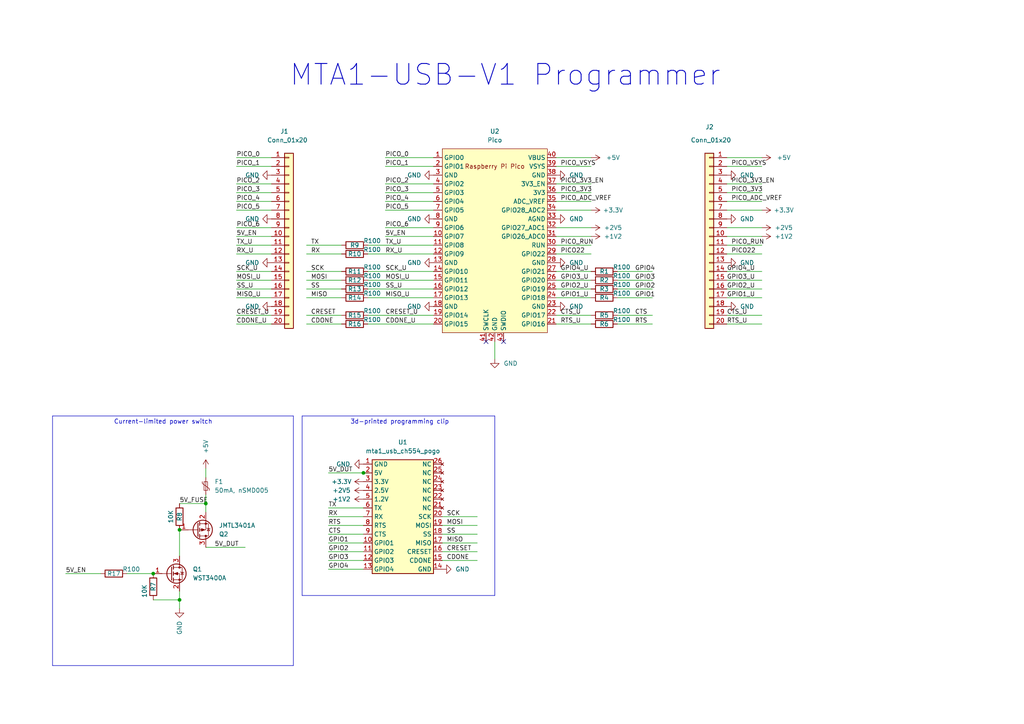
<source format=kicad_sch>
(kicad_sch (version 20230121) (generator eeschema)
  (paper "A4")
  (title_block (title "mta1-usb-v1-programmer") (date "2022-09-12") (rev "V1") (company "Tillitis AB") (comment 1 "2022") (comment 2 "https://github.com/tillitis/tp1"))
  (lib_symbols
    (symbol "Connector_Generic:Conn_01x20" (pin_names (offset 1.016) hide)
      (property "Reference" "J" (at 0 25.4 0))
      (property "Value" "Conn_01x20" (at 0 -27.94 0))
      (symbol "Conn_01x20_1_1"
        (rectangle (start -1.27 -25.273) (end 0 -25.527) (stroke (width 0.1524)))
        (rectangle (start -1.27 -22.733) (end 0 -22.987) (stroke (width 0.1524)))
        (rectangle (start -1.27 -20.193) (end 0 -20.447) (stroke (width 0.1524)))
        (rectangle (start -1.27 -17.653) (end 0 -17.907) (stroke (width 0.1524)))
        (rectangle (start -1.27 -15.113) (end 0 -15.367) (stroke (width 0.1524)))
        (rectangle (start -1.27 -12.573) (end 0 -12.827) (stroke (width 0.1524)))
        (rectangle (start -1.27 -10.033) (end 0 -10.287) (stroke (width 0.1524)))
        (rectangle (start -1.27 -7.493) (end 0 -7.747) (stroke (width 0.1524)))
        (rectangle (start -1.27 -4.953) (end 0 -5.207) (stroke (width 0.1524)))
        (rectangle (start -1.27 -2.413) (end 0 -2.667) (stroke (width 0.1524)))
        (rectangle (start -1.27 0.127) (end 0 -0.127) (stroke (width 0.1524)))
        (rectangle (start -1.27 2.667) (end 0 2.413) (stroke (width 0.1524)))
        (rectangle (start -1.27 5.207) (end 0 4.953) (stroke (width 0.1524)))
        (rectangle (start -1.27 7.747) (end 0 7.493) (stroke (width 0.1524)))
        (rectangle (start -1.27 10.287) (end 0 10.033) (stroke (width 0.1524)))
        (rectangle (start -1.27 12.827) (end 0 12.573) (stroke (width 0.1524)))
        (rectangle (start -1.27 15.367) (end 0 15.113) (stroke (width 0.1524)))
        (rectangle (start -1.27 17.907) (end 0 17.653) (stroke (width 0.1524)))
        (rectangle (start -1.27 20.447) (end 0 20.193) (stroke (width 0.1524)))
        (rectangle (start -1.27 22.987) (end 0 22.733) (stroke (width 0.1524)))
        (rectangle (start -1.27 24.13) (end 1.27 -26.67) (stroke (width 0.254)) (fill (type background)))
        (pin passive line (at -5.08 22.86 0) (length 3.81) (name "Pin_1") (number "1"))
        (pin passive line (at -5.08 0 0) (length 3.81) (name "Pin_10") (number "10"))
        (pin passive line (at -5.08 -2.54 0) (length 3.81) (name "Pin_11") (number "11"))
        (pin passive line (at -5.08 -5.08 0) (length 3.81) (name "Pin_12") (number "12"))
        (pin passive line (at -5.08 -7.62 0) (length 3.81) (name "Pin_13") (number "13"))
        (pin passive line (at -5.08 -10.16 0) (length 3.81) (name "Pin_14") (number "14"))
        (pin passive line (at -5.08 -12.7 0) (length 3.81) (name "Pin_15") (number "15"))
        (pin passive line (at -5.08 -15.24 0) (length 3.81) (name "Pin_16") (number "16"))
        (pin passive line (at -5.08 -17.78 0) (length 3.81) (name "Pin_17") (number "17"))
        (pin passive line (at -5.08 -20.32 0) (length 3.81) (name "Pin_18") (number "18"))
        (pin passive line (at -5.08 -22.86 0) (length 3.81) (name "Pin_19") (number "19"))
        (pin passive line (at -5.08 20.32 0) (length 3.81) (name "Pin_2") (number "2"))
        (pin passive line (at -5.08 -25.4 0) (length 3.81) (name "Pin_20") (number "20"))
        (pin passive line (at -5.08 17.78 0) (length 3.81) (name "Pin_3") (number "3"))
        (pin passive line (at -5.08 15.24 0) (length 3.81) (name "Pin_4") (number "4"))
        (pin passive line (at -5.08 12.7 0) (length 3.81) (name "Pin_5") (number "5"))
        (pin passive line (at -5.08 10.16 0) (length 3.81) (name "Pin_6") (number "6"))
        (pin passive line (at -5.08 7.62 0) (length 3.81) (name "Pin_7") (number "7"))
        (pin passive line (at -5.08 5.08 0) (length 3.81) (name "Pin_8") (number "8"))
        (pin passive line (at -5.08 2.54 0) (length 3.81) (name "Pin_9") (number "9"))
      )
    )
    (symbol "Device:Polyfuse_Small" (pin_numbers hide) (pin_names (offset 0))
      (property "Reference" "F" (at -1.905 0 90))
      (property "Value" "Polyfuse_Small" (at 1.905 0 90))
      (symbol "Polyfuse_Small_0_1"
        (rectangle (start -0.508 1.27) (end 0.508 -1.27))
        (polyline (pts (xy 0 2.54) (xy 0 -2.54)))
        (polyline (pts (xy -1.016 1.27) (xy -1.016 0.762) (xy 1.016 -0.762) (xy 1.016 -1.27)))
      )
      (symbol "Polyfuse_Small_1_1"
        (pin passive line (at 0 2.54 270) (length 0.635) (name "~") (number "1"))
        (pin passive line (at 0 -2.54 90) (length 0.635) (name "~") (number "2"))
      )
    )
    (symbol "Device:R" (pin_numbers hide) (pin_names (offset 0))
      (property "Reference" "R" (at 2.032 0 90))
      (property "Value" "R" (at 0 0 90))
      (symbol "R_0_1"
        (rectangle (start -1.016 -2.54) (end 1.016 2.54) (stroke (width 0.254)))
      )
      (symbol "R_1_1"
        (pin passive line (at 0 3.81 270) (length 1.27) (name "~") (number "1"))
        (pin passive line (at 0 -3.81 90) (length 1.27) (name "~") (number "2"))
      )
    )
    (symbol "MCU_RaspberryPi_and_Boards:Pico"
      (property "Reference" "U" (at -13.97 27.94 0))
      (property "Value" "Pico" (at 0 19.05 0))
      (symbol "Pico_0_0"
        (text "Raspberry Pi Pico" (at 0 21.59 0) (effects (font (size 1.27 1.27))))
      )
      (symbol "Pico_0_1"
        (rectangle (start -15.24 26.67) (end 15.24 -26.67) (fill (type background)))
      )
      (symbol "Pico_1_1"
        (pin bidirectional line (at -17.78 24.13 0) (length 2.54) (name "GPIO0") (number "1"))
        (pin bidirectional line (at -17.78 1.27 0) (length 2.54) (name "GPIO7") (number "10"))
        (pin bidirectional line (at -17.78 -1.27 0) (length 2.54) (name "GPIO8") (number "11"))
        (pin bidirectional line (at -17.78 -3.81 0) (length 2.54) (name "GPIO9") (number "12"))
        (pin power_in line (at -17.78 -6.35 0) (length 2.54) (name "GND") (number "13"))
        (pin bidirectional line (at -17.78 -8.89 0) (length 2.54) (name "GPIO10") (number "14"))
        (pin bidirectional line (at -17.78 -11.43 0) (length 2.54) (name "GPIO11") (number "15"))
        (pin bidirectional line (at -17.78 -13.97 0) (length 2.54) (name "GPIO12") (number "16"))
        (pin bidirectional line (at -17.78 -16.51 0) (length 2.54) (name "GPIO13") (number "17"))
        (pin power_in line (at -17.78 -19.05 0) (length 2.54) (name "GND") (number "18"))
        (pin bidirectional line (at -17.78 -21.59 0) (length 2.54) (name "GPIO14") (number "19"))
        (pin bidirectional line (at -17.78 21.59 0) (length 2.54) (name "GPIO1") (number "2"))
        (pin bidirectional line (at -17.78 -24.13 0) (length 2.54) (name "GPIO15") (number "20"))
        (pin bidirectional line (at 17.78 -24.13 180) (length 2.54) (name "GPIO16") (number "21"))
        (pin bidirectional line (at 17.78 -21.59 180) (length 2.54) (name "GPIO17") (number "22"))
        (pin power_in line (at 17.78 -19.05 180) (length 2.54) (name "GND") (number "23"))
        (pin bidirectional line (at 17.78 -16.51 180) (length 2.54) (name "GPIO18") (number "24"))
        (pin bidirectional line (at 17.78 -13.97 180) (length 2.54) (name "GPIO19") (number "25"))
        (pin bidirectional line (at 17.78 -11.43 180) (length 2.54) (name "GPIO20") (number "26"))
        (pin bidirectional line (at 17.78 -8.89 180) (length 2.54) (name "GPIO21") (number "27"))
        (pin power_in line (at 17.78 -6.35 180) (length 2.54) (name "GND") (number "28"))
        (pin bidirectional line (at 17.78 -3.81 180) (length 2.54) (name "GPIO22") (number "29"))
        (pin power_in line (at -17.78 19.05 0) (length 2.54) (name "GND") (number "3"))
        (pin input line (at 17.78 -1.27 180) (length 2.54) (name "RUN") (number "30"))
        (pin bidirectional line (at 17.78 1.27 180) (length 2.54) (name "GPIO26_ADC0") (number "31"))
        (pin bidirectional line (at 17.78 3.81 180) (length 2.54) (name "GPIO27_ADC1") (number "32"))
        (pin power_in line (at 17.78 6.35 180) (length 2.54) (name "AGND") (number "33"))
        (pin bidirectional line (at 17.78 8.89 180) (length 2.54) (name "GPIO28_ADC2") (number "34"))
        (pin power_in line (at 17.78 11.43 180) (length 2.54) (name "ADC_VREF") (number "35"))
        (pin power_in line (at 17.78 13.97 180) (length 2.54) (name "3V3") (number "36"))
        (pin input line (at 17.78 16.51 180) (length 2.54) (name "3V3_EN") (number "37"))
        (pin power_in line (at 17.78 19.05 180) (length 2.54) (name "GND") (number "38"))
        (pin power_in line (at 17.78 21.59 180) (length 2.54) (name "VSYS") (number "39"))
        (pin bidirectional line (at -17.78 16.51 0) (length 2.54) (name "GPIO2") (number "4"))
        (pin power_in line (at 17.78 24.13 180) (length 2.54) (name "VBUS") (number "40"))
        (pin input line (at -2.54 -29.21 90) (length 2.54) (name "SWCLK") (number "41"))
        (pin power_in line (at 0 -29.21 90) (length 2.54) (name "GND") (number "42"))
        (pin bidirectional line (at 2.54 -29.21 90) (length 2.54) (name "SWDIO") (number "43"))
        (pin bidirectional line (at -17.78 13.97 0) (length 2.54) (name "GPIO3") (number "5"))
        (pin bidirectional line (at -17.78 11.43 0) (length 2.54) (name "GPIO4") (number "6"))
        (pin bidirectional line (at -17.78 8.89 0) (length 2.54) (name "GPIO5") (number "7"))
        (pin power_in line (at -17.78 6.35 0) (length 2.54) (name "GND") (number "8"))
        (pin bidirectional line (at -17.78 3.81 0) (length 2.54) (name "GPIO6") (number "9"))
      )
    )
    (symbol "Transistor_FET:AO3400A" (pin_names hide)
      (property "Reference" "Q" (at 5.08 1.905 0))
      (property "Value" "AO3400A" (at 5.08 0 0))
      (symbol "AO3400A_0_1"
        (polyline (pts (xy 0.254 0) (xy -2.54 0)))
        (polyline (pts (xy 0.254 1.905) (xy 0.254 -1.905)) (stroke (width 0.254)))
        (polyline (pts (xy 0.762 -1.27) (xy 0.762 -2.286)) (stroke (width 0.254)))
        (polyline (pts (xy 0.762 0.508) (xy 0.762 -0.508)) (stroke (width 0.254)))
        (polyline (pts (xy 0.762 2.286) (xy 0.762 1.27)) (stroke (width 0.254)))
        (polyline (pts (xy 2.54 2.54) (xy 2.54 1.778)))
        (polyline (pts (xy 2.54 -2.54) (xy 2.54 0) (xy 0.762 0)))
        (polyline (pts (xy 0.762 -1.778) (xy 3.302 -1.778) (xy 3.302 1.778) (xy 0.762 1.778)))
        (polyline (pts (xy 1.016 0) (xy 2.032 0.381) (xy 2.032 -0.381) (xy 1.016 0)) (fill (type outline)))
        (polyline (pts (xy 2.794 0.508) (xy 2.921 0.381) (xy 3.683 0.381) (xy 3.81 0.254)))
        (polyline (pts (xy 3.302 0.381) (xy 2.921 -0.254) (xy 3.683 -0.254) (xy 3.302 0.381)))
        (circle (center 1.651 0) (radius 2.794) (stroke (width 0.254)))
        (circle (center 2.54 -1.778) (radius 0.254) (fill (type outline)))
        (circle (center 2.54 1.778) (radius 0.254) (fill (type outline)))
      )
      (symbol "AO3400A_1_1"
        (pin input line (at -5.08 0 0) (length 2.54) (name "G") (number "1"))
        (pin passive line (at 2.54 -5.08 90) (length 2.54) (name "S") (number "2"))
        (pin passive line (at 2.54 5.08 270) (length 2.54) (name "D") (number "3"))
      )
    )
    (symbol "Transistor_FET:AO3401A" (pin_names hide)
      (property "Reference" "Q" (at 5.08 1.905 0))
      (property "Value" "AO3401A" (at 5.08 0 0))
      (symbol "AO3401A_0_1"
        (polyline (pts (xy 0.254 0) (xy -2.54 0)))
        (polyline (pts (xy 0.254 1.905) (xy 0.254 -1.905)) (stroke (width 0.254)))
        (polyline (pts (xy 0.762 -1.27) (xy 0.762 -2.286)) (stroke (width 0.254)))
        (polyline (pts (xy 0.762 0.508) (xy 0.762 -0.508)) (stroke (width 0.254)))
        (polyline (pts (xy 0.762 2.286) (xy 0.762 1.27)) (stroke (width 0.254)))
        (polyline (pts (xy 2.54 2.54) (xy 2.54 1.778)))
        (polyline (pts (xy 2.54 -2.54) (xy 2.54 0) (xy 0.762 0)))
        (polyline (pts (xy 0.762 1.778) (xy 3.302 1.778) (xy 3.302 -1.778) (xy 0.762 -1.778)))
        (polyline (pts (xy 2.286 0) (xy 1.27 0.381) (xy 1.27 -0.381) (xy 2.286 0)) (fill (type outline)))
        (polyline (pts (xy 2.794 -0.508) (xy 2.921 -0.381) (xy 3.683 -0.381) (xy 3.81 -0.254)))
        (polyline (pts (xy 3.302 -0.381) (xy 2.921 0.254) (xy 3.683 0.254) (xy 3.302 -0.381)))
        (circle (center 1.651 0) (radius 2.794) (stroke (width 0.254)))
        (circle (center 2.54 -1.778) (radius 0.254) (fill (type outline)))
        (circle (center 2.54 1.778) (radius 0.254) (fill (type outline)))
      )
      (symbol "AO3401A_1_1"
        (pin input line (at -5.08 0 0) (length 2.54) (name "G") (number "1"))
        (pin passive line (at 2.54 -5.08 90) (length 2.54) (name "S") (number "2"))
        (pin passive line (at 2.54 5.08 270) (length 2.54) (name "D") (number "3"))
      )
    )
    (symbol "mta1:mta1_usb_ch554_pogo"
      (property "Reference" "U" (at -5.08 -19.05 0))
      (property "Value" "mta1_usb_ch554_pogo" (at 0 19.05 0))
      (symbol "mta1_usb_ch554_pogo_1_1"
        (rectangle (start -8.89 16.51) (end 8.89 -16.51) (stroke (width 0.254)) (fill (type background)))
        (pin power_in line (at -11.43 15.24 0) (length 2.54) (name "GND") (number "1"))
        (pin bidirectional line (at -11.43 -7.62 0) (length 2.54) (name "GPIO1") (number "10"))
        (pin bidirectional line (at -11.43 -10.16 0) (length 2.54) (name "GPIO2") (number "11"))
        (pin bidirectional line (at -11.43 -12.7 0) (length 2.54) (name "GPIO3") (number "12"))
        (pin bidirectional line (at -11.43 -15.24 0) (length 2.54) (name "GPIO4") (number "13"))
        (pin bidirectional line (at 11.43 -15.24 180) (length 2.54) (name "GND") (number "14"))
        (pin bidirectional line (at 11.43 -12.7 180) (length 2.54) (name "CDONE") (number "15"))
        (pin bidirectional line (at 11.43 -10.16 180) (length 2.54) (name "CRESET") (number "16"))
        (pin bidirectional line (at 11.43 -7.62 180) (length 2.54) (name "MISO") (number "17"))
        (pin bidirectional line (at 11.43 -5.08 180) (length 2.54) (name "SS") (number "18"))
        (pin bidirectional line (at 11.43 -2.54 180) (length 2.54) (name "MOSI") (number "19"))
        (pin power_in line (at -11.43 12.7 0) (length 2.54) (name "5V") (number "2"))
        (pin bidirectional line (at 11.43 0 180) (length 2.54) (name "SCK") (number "20"))
        (pin no_connect line (at 11.43 2.54 180) (length 2.54) (name "NC") (number "21"))
        (pin no_connect line (at 11.43 5.08 180) (length 2.54) (name "NC") (number "22"))
        (pin no_connect line (at 11.43 7.62 180) (length 2.54) (name "NC") (number "23"))
        (pin no_connect line (at 11.43 10.16 180) (length 2.54) (name "NC") (number "24"))
        (pin no_connect line (at 11.43 12.7 180) (length 2.54) (name "NC") (number "25"))
        (pin no_connect line (at 11.43 15.24 180) (length 2.54) (name "NC") (number "26"))
        (pin power_out line (at -11.43 10.16 0) (length 2.54) (name "3.3V") (number "3"))
        (pin power_out line (at -11.43 7.62 0) (length 2.54) (name "2.5V") (number "4"))
        (pin power_out line (at -11.43 5.08 0) (length 2.54) (name "1.2V") (number "5"))
        (pin bidirectional line (at -11.43 2.54 0) (length 2.54) (name "TX") (number "6"))
        (pin bidirectional line (at -11.43 0 0) (length 2.54) (name "RX") (number "7"))
        (pin bidirectional line (at -11.43 -2.54 0) (length 2.54) (name "RTS") (number "8"))
        (pin bidirectional line (at -11.43 -5.08 0) (length 2.54) (name "CTS") (number "9"))
      )
    )
    (symbol "power:+1V2" (power) (pin_names (offset 0))
      (property "Value" "+1V2" (at 0 3.556 0))
      (symbol "+1V2_0_1"
        (polyline (pts (xy -0.762 1.27) (xy 0 2.54)))
        (polyline (pts (xy 0 0) (xy 0 2.54)))
        (polyline (pts (xy 0 2.54) (xy 0.762 1.27)))
      )
      (symbol "+1V2_1_1"
        (pin power_in line (at 0 0 90) (length 0) hide (name "+1V2") (number "1"))
      )
    )
    (symbol "power:+2V5" (power) (pin_names (offset 0))
      (property "Value" "+2V5" (at 0 3.556 0))
      (symbol "+2V5_0_1"
        (polyline (pts (xy -0.762 1.27) (xy 0 2.54)))
        (polyline (pts (xy 0 0) (xy 0 2.54)))
        (polyline (pts (xy 0 2.54) (xy 0.762 1.27)))
      )
      (symbol "+2V5_1_1"
        (pin power_in line (at 0 0 90) (length 0) hide (name "+2V5") (number "1"))
      )
    )
    (symbol "power:+3.3V" (power) (pin_names (offset 0))
      (property "Value" "+3.3V" (at 0 3.556 0))
      (symbol "+3.3V_0_1"
        (polyline (pts (xy -0.762 1.27) (xy 0 2.54)))
        (polyline (pts (xy 0 0) (xy 0 2.54)))
        (polyline (pts (xy 0 2.54) (xy 0.762 1.27)))
      )
      (symbol "+3.3V_1_1"
        (pin power_in line (at 0 0 90) (length 0) hide (name "+3.3V") (number "1"))
      )
    )
    (symbol "power:+5V" (power) (pin_names (offset 0))
      (property "Value" "+5V" (at 0 3.556 0))
      (symbol "+5V_0_1"
        (polyline (pts (xy -0.762 1.27) (xy 0 2.54)))
        (polyline (pts (xy 0 0) (xy 0 2.54)))
        (polyline (pts (xy 0 2.54) (xy 0.762 1.27)))
      )
      (symbol "+5V_1_1"
        (pin power_in line (at 0 0 90) (length 0) hide (name "+5V") (number "1"))
      )
    )
    (symbol "power:GND" (power) (pin_names (offset 0))
      (property "Value" "GND" (at 0 -3.81 0))
      (symbol "GND_0_1"
        (polyline (pts (xy 0 0) (xy 0 -1.27) (xy 1.27 -1.27) (xy 0 -2.54) (xy -1.27 -1.27) (xy 0 -1.27)))
      )
      (symbol "GND_1_1"
        (pin power_in line (at 0 0 270) (length 0) hide (name "GND") (number "1"))
      )
    )
  )
  (junction (at 105.41 137.16))
  (junction (at 52.07 173.99))
  (junction (at 44.45 166.37))
  (junction (at 52.07 153.67))
  (junction (at 59.69 146.05))
  (no_connect (at 140.97 99.06))
  (no_connect (at 146.05 99.06))
  (wire (pts (xy 88.9 71.12) (xy 99.06 71.12)))
  (wire (pts (xy 111.76 48.26) (xy 125.73 48.26)))
  (wire (pts (xy 161.29 71.12) (xy 171.45 71.12)))
  (wire (pts (xy 179.07 78.74) (xy 189.23 78.74)))
  (wire (pts (xy 161.29 58.42) (xy 171.45 58.42)))
  (wire (pts (xy 161.29 66.04) (xy 171.45 66.04)))
  (wire (pts (xy 95.25 147.32) (xy 105.41 147.32)))
  (wire (pts (xy 68.58 93.98) (xy 78.74 93.98)))
  (polyline (pts (xy 15.24 120.65) (xy 15.24 193.04)))
  (wire (pts (xy 95.25 149.86) (xy 105.41 149.86)))
  (wire (pts (xy 210.82 78.74) (xy 220.98 78.74)))
  (wire (pts (xy 106.68 93.98) (xy 125.73 93.98)))
  (wire (pts (xy 210.82 81.28) (xy 220.98 81.28)))
  (wire (pts (xy 210.82 60.96) (xy 220.98 60.96)))
  (wire (pts (xy 95.25 137.16) (xy 105.41 137.16)))
  (wire (pts (xy 106.68 83.82) (xy 125.73 83.82)))
  (wire (pts (xy 143.51 104.14) (xy 143.51 99.06)))
  (wire (pts (xy 128.27 157.48) (xy 138.43 157.48)))
  (wire (pts (xy 210.82 66.04) (xy 220.98 66.04)))
  (wire (pts (xy 95.25 154.94) (xy 105.41 154.94)))
  (wire (pts (xy 210.82 48.26) (xy 220.98 48.26)))
  (wire (pts (xy 128.27 152.4) (xy 138.43 152.4)))
  (wire (pts (xy 95.25 162.56) (xy 105.41 162.56)))
  (wire (pts (xy 111.76 53.34) (xy 125.73 53.34)))
  (wire (pts (xy 128.27 154.94) (xy 138.43 154.94)))
  (wire (pts (xy 68.58 58.42) (xy 78.74 58.42)))
  (wire (pts (xy 161.29 91.44) (xy 171.45 91.44)))
  (wire (pts (xy 52.07 153.67) (xy 52.07 161.29)))
  (polyline (pts (xy 87.63 172.72) (xy 143.51 172.72)))
  (wire (pts (xy 210.82 53.34) (xy 220.98 53.34)))
  (wire (pts (xy 111.76 45.72) (xy 125.73 45.72)))
  (wire (pts (xy 106.68 71.12) (xy 125.73 71.12)))
  (wire (pts (xy 105.41 137.16) (xy 106.68 137.16)))
  (wire (pts (xy 128.27 149.86) (xy 138.43 149.86)))
  (polyline (pts (xy 87.63 120.65) (xy 87.63 172.72)))
  (wire (pts (xy 111.76 66.04) (xy 125.73 66.04)))
  (wire (pts (xy 161.29 60.96) (xy 171.45 60.96)))
  (wire (pts (xy 106.68 86.36) (xy 125.73 86.36)))
  (wire (pts (xy 68.58 68.58) (xy 78.74 68.58)))
  (wire (pts (xy 111.76 60.96) (xy 125.73 60.96)))
  (wire (pts (xy 95.25 160.02) (xy 105.41 160.02)))
  (wire (pts (xy 88.9 91.44) (xy 99.06 91.44)))
  (wire (pts (xy 68.58 71.12) (xy 78.74 71.12)))
  (polyline (pts (xy 143.51 120.65) (xy 87.63 120.65)))
  (wire (pts (xy 68.58 53.34) (xy 78.74 53.34)))
  (wire (pts (xy 88.9 93.98) (xy 99.06 93.98)))
  (wire (pts (xy 68.58 55.88) (xy 78.74 55.88)))
  (wire (pts (xy 161.29 93.98) (xy 171.45 93.98)))
  (wire (pts (xy 161.29 53.34) (xy 171.45 53.34)))
  (wire (pts (xy 210.82 86.36) (xy 220.98 86.36)))
  (wire (pts (xy 210.82 83.82) (xy 220.98 83.82)))
  (wire (pts (xy 68.58 91.44) (xy 78.74 91.44)))
  (wire (pts (xy 68.58 78.74) (xy 78.74 78.74)))
  (wire (pts (xy 95.25 152.4) (xy 105.41 152.4)))
  (polyline (pts (xy 85.09 120.65) (xy 15.24 120.65)))
  (polyline (pts (xy 143.51 172.72) (xy 143.51 120.65)))
  (wire (pts (xy 88.9 73.66) (xy 99.06 73.66)))
  (wire (pts (xy 88.9 81.28) (xy 99.06 81.28)))
  (wire (pts (xy 210.82 91.44) (xy 220.98 91.44)))
  (wire (pts (xy 68.58 48.26) (xy 78.74 48.26)))
  (wire (pts (xy 88.9 86.36) (xy 99.06 86.36)))
  (wire (pts (xy 128.27 160.02) (xy 138.43 160.02)))
  (wire (pts (xy 210.82 93.98) (xy 220.98 93.98)))
  (wire (pts (xy 95.25 157.48) (xy 105.41 157.48)))
  (wire (pts (xy 59.69 146.05) (xy 59.69 148.59)))
  (wire (pts (xy 52.07 146.05) (xy 59.69 146.05)))
  (wire (pts (xy 179.07 86.36) (xy 189.23 86.36)))
  (wire (pts (xy 210.82 55.88) (xy 220.98 55.88)))
  (wire (pts (xy 68.58 86.36) (xy 78.74 86.36)))
  (wire (pts (xy 161.29 86.36) (xy 171.45 86.36)))
  (wire (pts (xy 88.9 83.82) (xy 99.06 83.82)))
  (wire (pts (xy 210.82 45.72) (xy 220.98 45.72)))
  (wire (pts (xy 68.58 73.66) (xy 78.74 73.66)))
  (wire (pts (xy 179.07 91.44) (xy 189.23 91.44)))
  (polyline (pts (xy 85.09 193.04) (xy 85.09 120.65)))
  (wire (pts (xy 106.68 73.66) (xy 125.73 73.66)))
  (wire (pts (xy 106.68 81.28) (xy 125.73 81.28)))
  (wire (pts (xy 111.76 68.58) (xy 125.73 68.58)))
  (wire (pts (xy 52.07 173.99) (xy 52.07 171.45)))
  (wire (pts (xy 44.45 173.99) (xy 52.07 173.99)))
  (wire (pts (xy 52.07 176.53) (xy 52.07 173.99)))
  (wire (pts (xy 210.82 68.58) (xy 220.98 68.58)))
  (wire (pts (xy 59.69 135.89) (xy 59.69 138.43)))
  (wire (pts (xy 161.29 81.28) (xy 171.45 81.28)))
  (wire (pts (xy 161.29 48.26) (xy 171.45 48.26)))
  (wire (pts (xy 106.68 78.74) (xy 125.73 78.74)))
  (wire (pts (xy 36.83 166.37) (xy 44.45 166.37)))
  (wire (pts (xy 111.76 58.42) (xy 125.73 58.42)))
  (wire (pts (xy 161.29 55.88) (xy 171.45 55.88)))
  (wire (pts (xy 161.29 83.82) (xy 171.45 83.82)))
  (polyline (pts (xy 85.09 193.04) (xy 15.24 193.04)))
  (wire (pts (xy 59.69 158.75) (xy 71.12 158.75)))
  (wire (pts (xy 106.68 91.44) (xy 125.73 91.44)))
  (wire (pts (xy 179.07 81.28) (xy 189.23 81.28)))
  (wire (pts (xy 68.58 81.28) (xy 78.74 81.28)))
  (wire (pts (xy 210.82 73.66) (xy 220.98 73.66)))
  (wire (pts (xy 179.07 83.82) (xy 189.23 83.82)))
  (wire (pts (xy 68.58 60.96) (xy 78.74 60.96)))
  (wire (pts (xy 161.29 45.72) (xy 171.45 45.72)))
  (wire (pts (xy 210.82 71.12) (xy 220.98 71.12)))
  (wire (pts (xy 59.69 143.51) (xy 59.69 146.05)))
  (wire (pts (xy 95.25 165.1) (xy 105.41 165.1)))
  (wire (pts (xy 179.07 93.98) (xy 189.23 93.98)))
  (wire (pts (xy 68.58 83.82) (xy 78.74 83.82)))
  (wire (pts (xy 68.58 66.04) (xy 78.74 66.04)))
  (wire (pts (xy 128.27 162.56) (xy 138.43 162.56)))
  (wire (pts (xy 210.82 58.42) (xy 220.98 58.42)))
  (wire (pts (xy 111.76 55.88) (xy 125.73 55.88)))
  (wire (pts (xy 161.29 68.58) (xy 171.45 68.58)))
  (wire (pts (xy 19.05 166.37) (xy 29.21 166.37)))
  (wire (pts (xy 161.29 78.74) (xy 171.45 78.74)))
  (wire (pts (xy 68.58 45.72) (xy 78.74 45.72)))
  (wire (pts (xy 88.9 78.74) (xy 99.06 78.74)))
  (wire (pts (xy 161.29 73.66) (xy 171.45 73.66)))
  (text "Current-limited power switch" (at 33.02 123.19 0) (effects (font (size 1.27 1.27)) (justify left bottom)))
  (text "MTA1-USB-V1 Programmer" (at 83.82 25.4 0) (effects (font (size 6 6) (thickness 0.254) bold) (justify left bottom)))
  (text "3d-printed programming clip" (at 101.6 123.19 0) (effects (font (size 1.27 1.27)) (justify left bottom)))
  (label "MISO" (at 90.17 86.36 0))
  (label "CTS" (at 95.25 154.94 0))
  (label "TX_U" (at 111.76 71.12 0))
  (label "RX" (at 90.17 73.66 0))
  (label "PICO_3V3" (at 212.09 55.88 0))
  (label "GPIO2" (at 95.25 160.02 0))
  (label "PICO_RUN" (at 212.09 71.12 0))
  (label "GPIO1" (at 95.25 157.48 0))
  (label "MOSI_U" (at 111.76 81.28 0))
  (label "PICO_4" (at 68.58 58.42 0))
  (label "SCK" (at 129.54 149.86 0))
  (label "RTS_U" (at 162.56 93.98 0))
  (label "CRESET_U" (at 111.76 91.44 0))
  (label "CTS_U" (at 162.56 91.44 0))
  (label "5V_EN" (at 68.58 68.58 0))
  (label "PICO_5" (at 111.76 60.96 0))
  (label "SS" (at 90.17 83.82 0))
  (label "GPIO4_U" (at 162.56 78.74 0))
  (label "5V_EN" (at 19.05 166.37 0))
  (label "MISO_U" (at 68.58 86.36 0))
  (label "RTS" (at 95.25 152.4 0))
  (label "GPIO4_U" (at 210.82 78.74 0))
  (label "5V_DUT" (at 62.23 158.75 0))
  (label "CDONE" (at 90.17 93.98 0))
  (label "PICO_6" (at 111.76 66.04 0))
  (label "PICO22" (at 212.09 73.66 0))
  (label "RX_U" (at 68.58 73.66 0))
  (label "PICO_0" (at 68.58 45.72 0))
  (label "GPIO3" (at 184.15 81.28 0))
  (label "SCK_U" (at 68.58 78.74 0))
  (label "TX" (at 95.25 147.32 0))
  (label "PICO_3V3_EN" (at 162.56 53.34 0))
  (label "PICO_VSYS" (at 162.56 48.26 0))
  (label "RX_U" (at 111.76 73.66 0))
  (label "CRESET_U" (at 68.58 91.44 0))
  (label "TX_U" (at 68.58 71.12 0))
  (label "SS_U" (at 111.76 83.82 0))
  (label "PICO_ADC_VREF" (at 162.56 58.42 0))
  (label "RX" (at 95.25 149.86 0))
  (label "CDONE_U" (at 111.76 93.98 0))
  (label "GPIO2_U" (at 162.56 83.82 0))
  (label "SCK" (at 90.17 78.74 0))
  (label "PICO_6" (at 68.58 66.04 0))
  (label "PICO_3V3_EN" (at 212.09 53.34 0))
  (label "PICO_3" (at 111.76 55.88 0))
  (label "MOSI_U" (at 68.58 81.28 0))
  (label "GPIO3_U" (at 162.56 81.28 0))
  (label "PICO_VSYS" (at 212.09 48.26 0))
  (label "PICO_2" (at 111.76 53.34 0))
  (label "GPIO1_U" (at 162.56 86.36 0))
  (label "RTS" (at 184.15 93.98 0))
  (label "MISO_U" (at 111.76 86.36 0))
  (label "GPIO2_U" (at 210.82 83.82 0))
  (label "GPIO4" (at 95.25 165.1 0))
  (label "MOSI" (at 129.54 152.4 0))
  (label "5V_DUT" (at 95.25 137.16 0))
  (label "MOSI" (at 90.17 81.28 0))
  (label "CRESET" (at 90.17 91.44 0))
  (label "5V_FUSE" (at 52.07 146.05 0))
  (label "PICO_0" (at 111.76 45.72 0))
  (label "MISO" (at 129.54 157.48 0))
  (label "GPIO1_U" (at 210.82 86.36 0))
  (label "PICO_2" (at 68.58 53.34 0))
  (label "CRESET" (at 129.54 160.02 0))
  (label "PICO_4" (at 111.76 58.42 0))
  (label "CTS_U" (at 210.82 91.44 0))
  (label "GPIO4" (at 184.15 78.74 0))
  (label "CDONE" (at 129.54 162.56 0))
  (label "SCK_U" (at 111.76 78.74 0))
  (label "GPIO3" (at 95.25 162.56 0))
  (label "TX" (at 90.17 71.12 0))
  (label "PICO_RUN" (at 162.56 71.12 0))
  (label "CTS" (at 184.15 91.44 0))
  (label "PICO_1" (at 111.76 48.26 0))
  (label "PICO_5" (at 68.58 60.96 0))
  (label "PICO_ADC_VREF" (at 212.09 58.42 0))
  (label "CDONE_U" (at 68.58 93.98 0))
  (label "GPIO1" (at 184.15 86.36 0))
  (label "PICO_3" (at 68.58 55.88 0))
  (label "PICO_1" (at 68.58 48.26 0))
  (label "RTS_U" (at 210.82 93.98 0))
  (label "5V_EN" (at 111.76 68.58 0))
  (label "GPIO3_U" (at 210.82 81.28 0))
  (label "PICO22" (at 162.56 73.66 0))
  (label "SS" (at 129.54 154.94 0))
  (label "GPIO2" (at 184.15 83.82 0))
  (label "SS_U" (at 68.58 83.82 0))
  (label "PICO_3V3" (at 162.56 55.88 0))
  (symbol (lib_id "Device:R") (at 102.87 83.82 90) (unit 1)
    (property "Reference" "R13" (at 102.87 83.82 90))
    (property "Value" "R100" (at 107.95 82.55 90))
    (property "Footprint" "mta1:ERJ2G(0402)_L" (effects hide))
    (property "Manufacturer" "yageo" (effects hide))
    (property "Manufacturer Part Number" "AF0402FR-07100RL" (effects hide))
    (property "Supplier" "Digikey" (effects hide))
    (property "Supplier Part Number" "13-AF0402FR-07100RLTR-ND" (effects hide))
  )
  (symbol (lib_id "Device:R") (at 102.87 91.44 90) (unit 1)
    (property "Reference" "R15" (at 102.87 91.44 90))
    (property "Value" "R100" (at 107.95 90.17 90))
    (property "Footprint" "mta1:ERJ2G(0402)_L" (effects hide))
    (property "Manufacturer" "yageo" (effects hide))
    (property "Manufacturer Part Number" "AF0402FR-07100RL" (effects hide))
    (property "Supplier" "Digikey" (effects hide))
    (property "Supplier Part Number" "13-AF0402FR-07100RLTR-ND" (effects hide))
  )
  (symbol (lib_id "power:GND") (at 52.07 176.53 0) (unit 1)
    (property "Reference" "#PWR0114" (effects hide))
    (property "Value" "GND" (at 52.07 184.15 90) (effects (justify left)))
  )
  (symbol (lib_id "power:+2V5") (at 220.98 66.04 270) (unit 1)
    (property "Reference" "#PWR0105" (effects hide))
    (property "Value" "+2V5" (at 227.33 66.04 90))
  )
  (symbol (lib_id "power:+3.3V") (at 105.41 139.7 90) (unit 1)
    (property "Reference" "#PWR03" (effects hide))
    (property "Value" "+3.3V" (at 99.06 139.7 90))
  )
  (symbol (lib_id "power:+1V2") (at 220.98 68.58 270) (unit 1)
    (property "Reference" "#PWR0103" (effects hide))
    (property "Value" "+1V2" (at 227.33 68.58 90))
  )
  (symbol (lib_id "Connector_Generic:Conn_01x20") (at 205.74 68.58 0) (mirror y) (unit 1)
    (property "Reference" "J2" (at 207.01 36.83 0) (effects (justify left)))
    (property "Value" "Conn_01x20" (at 212.09 40.64 0) (effects (justify left)))
    (property "Footprint" "Connector_PinHeader_2.54mm:PinHeader_1x20_P2.54mm_Vertical" (effects hide))
  )
  (symbol (lib_id "Device:R") (at 102.87 73.66 90) (unit 1)
    (property "Reference" "R10" (at 102.87 73.66 90))
    (property "Value" "R100" (at 107.95 72.39 90))
    (property "Footprint" "mta1:ERJ2G(0402)_L" (effects hide))
    (property "Manufacturer" "yageo" (effects hide))
    (property "Manufacturer Part Number" "AF0402FR-07100RL" (effects hide))
    (property "Supplier" "Digikey" (effects hide))
    (property "Supplier Part Number" "13-AF0402FR-07100RLTR-ND" (effects hide))
  )
  (symbol (lib_id "power:GND") (at 78.74 88.9 270) (unit 1)
    (property "Reference" "#PWR0110" (effects hide))
    (property "Value" "GND" (at 71.12 88.9 90) (effects (justify left)))
  )
  (symbol (lib_id "power:+2V5") (at 105.41 142.24 90) (unit 1)
    (property "Reference" "#PWR04" (effects hide))
    (property "Value" "+2V5" (at 99.06 142.24 90))
  )
  (symbol (lib_id "power:+1V2") (at 171.45 68.58 270) (unit 1)
    (property "Reference" "#PWR016" (effects hide))
    (property "Value" "+1V2" (at 177.8 68.58 90))
  )
  (symbol (lib_id "Device:R") (at 102.87 78.74 90) (unit 1)
    (property "Reference" "R11" (at 102.87 78.74 90))
    (property "Value" "R100" (at 107.95 77.47 90))
    (property "Footprint" "mta1:ERJ2G(0402)_L" (effects hide))
    (property "Manufacturer" "yageo" (effects hide))
    (property "Manufacturer Part Number" "AF0402FR-07100RL" (effects hide))
    (property "Supplier" "Digikey" (effects hide))
    (property "Supplier Part Number" "13-AF0402FR-07100RLTR-ND" (effects hide))
  )
  (symbol (lib_id "power:GND") (at 125.73 76.2 270) (unit 1)
    (property "Reference" "#PWR010" (effects hide))
    (property "Value" "GND" (at 118.11 76.2 90) (effects (justify left)))
  )
  (symbol (lib_id "mta1:mta1_usb_ch554_pogo") (at 116.84 149.86 0) (unit 1)
    (property "Reference" "U1" (at 116.84 128.27 0))
    (property "Value" "mta1_usb_ch554_pogo" (at 116.84 130.81 0))
    (property "Footprint" "mta1:mta1_usb_ch554_pogo" (effects hide))
    (property "Manufacturer" "blinkinlabs" (effects hide))
  )
  (symbol (lib_id "MCU_RaspberryPi_and_Boards:Pico") (at 143.51 69.85 0) (unit 1)
    (property "Reference" "U2" (at 143.51 38.1 0))
    (property "Value" "Pico" (at 143.51 40.64 0))
    (property "Footprint" "RPi_Pico:RPi_Pico_SMD_TH" (effects hide))
    (property "Manufacturer" "Raspberry Pi" (effects hide))
    (property "Manufacturer Part Number" "SC0915" (effects hide))
    (property "Supplier" "Digikey" (effects hide))
    (property "Supplier Part Number" "2648-SC0915TR-ND" (effects hide))
  )
  (symbol (lib_id "Device:R") (at 175.26 93.98 90) (unit 1)
    (property "Reference" "R6" (at 175.26 93.98 90))
    (property "Value" "R100" (at 180.34 92.71 90))
    (property "Footprint" "mta1:ERJ2G(0402)_L" (effects hide))
    (property "Manufacturer" "yageo" (effects hide))
    (property "Manufacturer Part Number" "AF0402FR-07100RL" (effects hide))
    (property "Supplier" "Digikey" (effects hide))
    (property "Supplier Part Number" "13-AF0402FR-07100RLTR-ND" (effects hide))
  )
  (symbol (lib_id "power:GND") (at 78.74 63.5 270) (unit 1)
    (property "Reference" "#PWR0112" (effects hide))
    (property "Value" "GND" (at 71.12 63.5 90) (effects (justify left)))
  )
  (symbol (lib_id "Device:R") (at 175.26 81.28 90) (unit 1)
    (property "Reference" "R2" (at 175.26 81.28 90))
    (property "Value" "R100" (at 180.34 80.01 90))
    (property "Footprint" "mta1:ERJ2G(0402)_L" (effects hide))
    (property "Manufacturer" "yageo" (effects hide))
    (property "Manufacturer Part Number" "AF0402FR-07100RL" (effects hide))
    (property "Supplier" "Digikey" (effects hide))
    (property "Supplier Part Number" "13-AF0402FR-07100RLTR-ND" (effects hide))
  )
  (symbol (lib_id "Device:R") (at 175.26 86.36 90) (unit 1)
    (property "Reference" "R4" (at 175.26 86.36 90))
    (property "Value" "R100" (at 180.34 85.09 90))
    (property "Footprint" "mta1:ERJ2G(0402)_L" (effects hide))
    (property "Manufacturer" "yageo" (effects hide))
    (property "Manufacturer Part Number" "AF0402FR-07100RL" (effects hide))
    (property "Supplier" "Digikey" (effects hide))
    (property "Supplier Part Number" "13-AF0402FR-07100RLTR-ND" (effects hide))
  )
  (symbol (lib_id "power:GND") (at 128.27 165.1 90) (unit 1)
    (property "Reference" "#PWR06" (effects hide))
    (property "Value" "GND" (at 132.08 165.0999 90) (effects (justify right)))
  )
  (symbol (lib_id "Transistor_FET:AO3400A") (at 49.53 166.37 0) (unit 1)
    (property "Reference" "Q1" (at 55.88 165.0999 0) (effects (justify left)))
    (property "Value" "WST3400A" (at 55.88 167.6399 0) (effects (justify left)))
    (property "Footprint" "Package_TO_SOT_SMD:SOT-23" (effects hide))
    (property "Datasheet" "http://www.aosmd.com/pdfs/datasheet/AO3400A.pdf" (effects hide))
    (property "Manufacturer" "winsok" (effects hide))
    (property "Manufacturer Part Number" "WST3400A" (effects hide))
    (property "Supplier" "lcsc" (effects hide))
    (property "Supplier Part Number" "C2758406" (effects hide))
  )
  (symbol (lib_id "power:GND") (at 210.82 50.8 90) (unit 1)
    (property "Reference" "#PWR0107" (effects hide))
    (property "Value" "GND" (at 214.63 50.7999 90) (effects (justify right)))
  )
  (symbol (lib_id "Device:R") (at 102.87 93.98 90) (unit 1)
    (property "Reference" "R16" (at 102.87 93.98 90))
    (property "Value" "R100" (at 107.95 92.71 90))
    (property "Footprint" "mta1:ERJ2G(0402)_L" (effects hide))
    (property "Manufacturer" "yageo" (effects hide))
    (property "Manufacturer Part Number" "AF0402FR-07100RL" (effects hide))
    (property "Supplier" "Digikey" (effects hide))
    (property "Supplier Part Number" "13-AF0402FR-07100RLTR-ND" (effects hide))
  )
  (symbol (lib_id "Device:R") (at 175.26 78.74 90) (unit 1)
    (property "Reference" "R1" (at 175.26 78.74 90))
    (property "Value" "R100" (at 180.34 77.47 90))
    (property "Footprint" "mta1:ERJ2G(0402)_L" (effects hide))
    (property "Manufacturer" "yageo" (effects hide))
    (property "Manufacturer Part Number" "AF0402FR-07100RL" (effects hide))
    (property "Supplier" "Digikey" (effects hide))
    (property "Supplier Part Number" "13-AF0402FR-07100RLTR-ND" (effects hide))
  )
  (symbol (lib_id "power:GND") (at 125.73 88.9 270) (unit 1)
    (property "Reference" "#PWR011" (effects hide))
    (property "Value" "GND" (at 118.11 88.9 90) (effects (justify left)))
  )
  (symbol (lib_id "Device:R") (at 33.02 166.37 90) (unit 1)
    (property "Reference" "R17" (at 33.02 166.37 90))
    (property "Value" "R100" (at 38.1 165.1 90))
    (property "Footprint" "mta1:ERJ2G(0402)_L" (effects hide))
    (property "Manufacturer" "yageo" (effects hide))
    (property "Manufacturer Part Number" "AF0402FR-07100RL" (effects hide))
    (property "Supplier" "Digikey" (effects hide))
    (property "Supplier Part Number" "13-AF0402FR-07100RLTR-ND" (effects hide))
  )
  (symbol (lib_id "power:GND") (at 143.51 104.14 0) (unit 1)
    (property "Reference" "#PWR0115" (effects hide))
    (property "Value" "GND" (at 146.05 105.4099 0) (effects (justify left)))
  )
  (symbol (lib_id "power:GND") (at 161.29 63.5 90) (unit 1)
    (property "Reference" "#PWR014" (effects hide))
    (property "Value" "GND" (at 165.1 63.4999 90) (effects (justify right)))
  )
  (symbol (lib_id "power:+2V5") (at 171.45 66.04 270) (unit 1)
    (property "Reference" "#PWR015" (effects hide))
    (property "Value" "+2V5" (at 177.8 66.04 90))
  )
  (symbol (lib_id "power:GND") (at 161.29 88.9 90) (unit 1)
    (property "Reference" "#PWR018" (effects hide))
    (property "Value" "GND" (at 165.1 88.8999 90) (effects (justify right)))
  )
  (symbol (lib_id "power:GND") (at 161.29 76.2 90) (unit 1)
    (property "Reference" "#PWR017" (effects hide))
    (property "Value" "GND" (at 165.1 76.1999 90) (effects (justify right)))
  )
  (symbol (lib_id "Device:R") (at 175.26 91.44 90) (unit 1)
    (property "Reference" "R5" (at 175.26 91.44 90))
    (property "Value" "R100" (at 180.34 90.17 90))
    (property "Footprint" "mta1:ERJ2G(0402)_L" (effects hide))
    (property "Manufacturer" "yageo" (effects hide))
    (property "Manufacturer Part Number" "AF0402FR-07100RL" (effects hide))
    (property "Supplier" "Digikey" (effects hide))
    (property "Supplier Part Number" "13-AF0402FR-07100RLTR-ND" (effects hide))
  )
  (symbol (lib_id "power:GND") (at 105.41 134.62 270) (unit 1)
    (property "Reference" "#PWR01" (effects hide))
    (property "Value" "GND" (at 101.6 134.6199 90) (effects (justify right)))
  )
  (symbol (lib_id "Device:R") (at 102.87 86.36 90) (unit 1)
    (property "Reference" "R14" (at 102.87 86.36 90))
    (property "Value" "R100" (at 107.95 85.09 90))
    (property "Footprint" "mta1:ERJ2G(0402)_L" (effects hide))
    (property "Manufacturer" "yageo" (effects hide))
    (property "Manufacturer Part Number" "AF0402FR-07100RL" (effects hide))
    (property "Supplier" "Digikey" (effects hide))
    (property "Supplier Part Number" "13-AF0402FR-07100RLTR-ND" (effects hide))
  )
  (symbol (lib_id "power:GND") (at 78.74 50.8 270) (unit 1)
    (property "Reference" "#PWR0111" (effects hide))
    (property "Value" "GND" (at 71.12 50.8 90) (effects (justify left)))
  )
  (symbol (lib_id "power:GND") (at 125.73 63.5 270) (unit 1)
    (property "Reference" "#PWR09" (effects hide))
    (property "Value" "GND" (at 118.11 63.5 90) (effects (justify left)))
  )
  (symbol (lib_id "power:GND") (at 78.74 76.2 270) (unit 1)
    (property "Reference" "#PWR0109" (effects hide))
    (property "Value" "GND" (at 71.12 76.2 90) (effects (justify left)))
  )
  (symbol (lib_id "Device:R") (at 175.26 83.82 90) (unit 1)
    (property "Reference" "R3" (at 175.26 83.82 90))
    (property "Value" "R100" (at 180.34 82.55 90))
    (property "Footprint" "mta1:ERJ2G(0402)_L" (effects hide))
    (property "Manufacturer" "yageo" (effects hide))
    (property "Manufacturer Part Number" "AF0402FR-07100RL" (effects hide))
    (property "Supplier" "Digikey" (effects hide))
    (property "Supplier Part Number" "13-AF0402FR-07100RLTR-ND" (effects hide))
  )
  (symbol (lib_id "power:+5V") (at 171.45 45.72 270) (unit 1)
    (property "Reference" "#PWR07" (effects hide))
    (property "Value" "+5V" (at 177.8 45.72 90))
  )
  (symbol (lib_id "Device:R") (at 102.87 81.28 90) (unit 1)
    (property "Reference" "R12" (at 102.87 81.28 90))
    (property "Value" "R100" (at 107.95 80.01 90))
    (property "Footprint" "mta1:ERJ2G(0402)_L" (effects hide))
    (property "Manufacturer" "yageo" (effects hide))
    (property "Manufacturer Part Number" "AF0402FR-07100RL" (effects hide))
    (property "Supplier" "Digikey" (effects hide))
    (property "Supplier Part Number" "13-AF0402FR-07100RLTR-ND" (effects hide))
  )
  (symbol (lib_id "power:+5V") (at 59.69 135.89 0) (unit 1)
    (property "Reference" "#PWR0113" (effects hide))
    (property "Value" "+5V" (at 59.69 129.54 90))
  )
  (symbol (lib_id "Device:R") (at 102.87 71.12 90) (unit 1)
    (property "Reference" "R9" (at 102.87 71.12 90))
    (property "Value" "R100" (at 107.95 69.85 90))
    (property "Footprint" "mta1:ERJ2G(0402)_L" (effects hide))
    (property "Manufacturer" "yageo" (effects hide))
    (property "Manufacturer Part Number" "AF0402FR-07100RL" (effects hide))
    (property "Supplier" "Digikey" (effects hide))
    (property "Supplier Part Number" "13-AF0402FR-07100RLTR-ND" (effects hide))
  )
  (symbol (lib_id "power:+5V") (at 220.98 45.72 270) (unit 1)
    (property "Reference" "#PWR0106" (effects hide))
    (property "Value" "+5V" (at 227.33 45.72 90))
  )
  (symbol (lib_id "power:GND") (at 210.82 76.2 90) (unit 1)
    (property "Reference" "#PWR0101" (effects hide))
    (property "Value" "GND" (at 214.63 76.1999 90) (effects (justify right)))
  )
  (symbol (lib_id "Transistor_FET:AO3401A") (at 57.15 153.67 0) (mirror x) (unit 1)
    (property "Reference" "Q2" (at 63.5 154.9401 0) (effects (justify left)))
    (property "Value" "JMTL3401A" (at 63.5 152.4001 0) (effects (justify left)))
    (property "Footprint" "Package_TO_SOT_SMD:SOT-23" (effects hide))
    (property "Datasheet" "http://www.aosmd.com/pdfs/datasheet/AO3401A.pdf" (effects hide))
    (property "Extended Value" "1%,1/16W" (effects hide))
    (property "Manufacturer" "jjm" (effects hide))
    (property "Manufacturer Part Number" "JMTL3401A" (effects hide))
    (property "Supplier" "lcsc" (effects hide))
    (property "Supplier Part Number" "C394037" (effects hide))
  )
  (symbol (lib_id "Device:Polyfuse_Small") (at 59.69 140.97 0) (unit 1)
    (property "Reference" "F1" (at 62.23 139.6999 0) (effects (justify left)))
    (property "Value" "50mA, nSMD005" (at 62.23 142.2399 0) (effects (justify left)))
    (property "Footprint" "Fuse:Fuse_1206_3216Metric" (effects hide))
    (property "Manufacturer" "RUILON" (effects hide))
    (property "Manufacturer Part Number" "SMD1206P005TF" (effects hide))
    (property "Supplier" "lcsc" (effects hide))
    (property "Supplier Part Number" "C20797" (effects hide))
  )
  (symbol (lib_id "Connector_Generic:Conn_01x20") (at 83.82 68.58 0) (unit 1)
    (property "Reference" "J1" (at 81.28 38.1 0) (effects (justify left)))
    (property "Value" "Conn_01x20" (at 77.47 40.64 0) (effects (justify left)))
    (property "Footprint" "Connector_PinHeader_2.54mm:PinHeader_1x20_P2.54mm_Vertical" (effects hide))
  )
  (symbol (lib_id "Device:R") (at 52.07 149.86 180) (unit 1)
    (property "Reference" "R8" (at 52.07 149.86 90))
    (property "Value" "10K" (at 49.53 149.86 90))
    (property "Footprint" "mta1:ERJ2G(0402)_L" (effects hide))
    (property "Extended Value" "1%,1/16W" (effects hide))
    (property "Manufacturer" "yageo" (effects hide))
    (property "Manufacturer Part Number" "AT0402FRE0710KL" (effects hide))
    (property "Supplier" "Digikey" (effects hide))
    (property "Supplier Part Number" "YAG2104TR-ND" (effects hide))
  )
  (symbol (lib_id "Device:R") (at 44.45 170.18 180) (unit 1)
    (property "Reference" "R7" (at 44.45 170.18 90))
    (property "Value" "10K" (at 41.91 171.45 90))
    (property "Footprint" "mta1:ERJ2G(0402)_L" (effects hide))
    (property "Extended Value" "1%,1/16W" (effects hide))
    (property "Manufacturer" "yageo" (effects hide))
    (property "Manufacturer Part Number" "AT0402FRE0710KL" (effects hide))
    (property "Supplier" "Digikey" (effects hide))
    (property "Supplier Part Number" "YAG2104TR-ND" (effects hide))
  )
  (symbol (lib_id "power:+3.3V") (at 220.98 60.96 270) (unit 1)
    (property "Reference" "#PWR0102" (effects hide))
    (property "Value" "+3.3V" (at 227.33 60.96 90))
  )
  (symbol (lib_id "power:GND") (at 210.82 63.5 90) (unit 1)
    (property "Reference" "#PWR0104" (effects hide))
    (property "Value" "GND" (at 214.63 63.4999 90) (effects (justify right)))
  )
  (symbol (lib_id "power:GND") (at 161.29 50.8 90) (unit 1)
    (property "Reference" "#PWR012" (effects hide))
    (property "Value" "GND" (at 165.1 50.7999 90) (effects (justify right)))
  )
  (symbol (lib_id "power:GND") (at 210.82 88.9 90) (unit 1)
    (property "Reference" "#PWR0108" (effects hide))
    (property "Value" "GND" (at 214.63 88.8999 90) (effects (justify right)))
  )
  (symbol (lib_id "power:GND") (at 125.73 50.8 270) (unit 1)
    (property "Reference" "#PWR08" (effects hide))
    (property "Value" "GND" (at 118.11 50.8 90) (effects (justify left)))
  )
  (symbol (lib_id "power:+1V2") (at 105.41 144.78 90) (unit 1)
    (property "Reference" "#PWR05" (effects hide))
    (property "Value" "+1V2" (at 99.06 144.78 90))
  )
  (symbol (lib_id "power:+3.3V") (at 171.45 60.96 270) (unit 1)
    (property "Reference" "#PWR013" (effects hide))
    (property "Value" "+3.3V" (at 177.8 60.96 90))
  )
)
</source>
